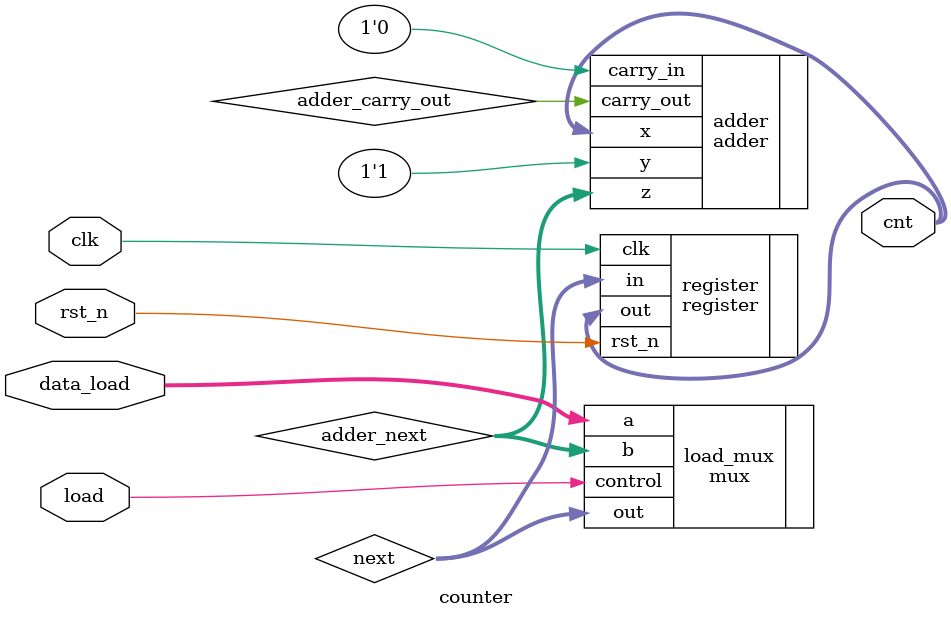
<source format=v>
module counter #(
    parameter WIDTH = 8
) (
    input clk,
    input rst_n,
    input [WIDTH - 1 : 0] data_load,
    input load,
    output [WIDTH - 1 : 0] cnt
);
  wire [WIDTH - 1 : 0] adder_next;
  wire [WIDTH - 1 : 0] next;

  wire adder_carry_out;

  mux #(.WIDTH (WIDTH)) load_mux (
    .a (data_load),
    .b (adder_next),
    .control (load),
    .out (next)
  );

  adder #(.WIDTH (WIDTH)) adder (
    .x (cnt),
    .y (1'b1),
    .carry_in (1'b0),
    .z (adder_next),
    .carry_out (adder_carry_out)
  );

  register #(.WIDTH (WIDTH)) register (
    .clk (clk),
    .rst_n (rst_n /*& (~ adder_carry_out)*/), // + carry_out?
    .in (next),
    .out (cnt)
  );
endmodule

</source>
